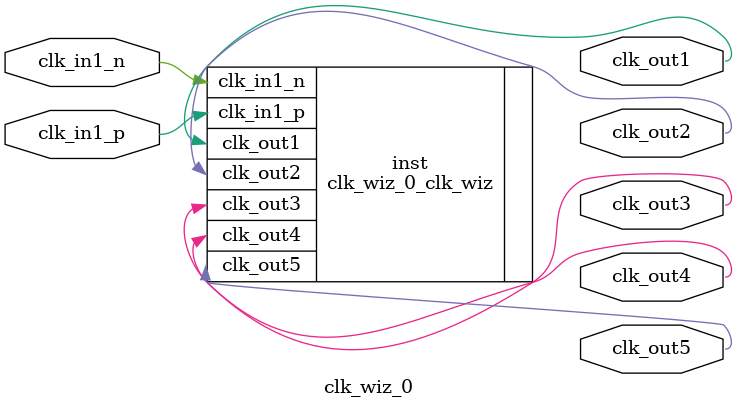
<source format=v>


`timescale 1ps/1ps

(* CORE_GENERATION_INFO = "clk_wiz_0,clk_wiz_v6_0_11_0_0,{component_name=clk_wiz_0,use_phase_alignment=false,use_min_o_jitter=false,use_max_i_jitter=false,use_dyn_phase_shift=false,use_inclk_switchover=false,use_dyn_reconfig=false,enable_axi=0,feedback_source=FDBK_AUTO,PRIMITIVE=MMCM,num_out_clk=5,clkin1_period=10.000,clkin2_period=10.000,use_power_down=false,use_reset=false,use_locked=false,use_inclk_stopped=false,feedback_type=SINGLE,CLOCK_MGR_TYPE=NA,manual_override=false}" *)

module clk_wiz_0 
 (
  // Clock out ports
  output        clk_out1,
  output        clk_out2,
  output        clk_out3,
  output        clk_out4,
  output        clk_out5,
 // Clock in ports
  input         clk_in1_p,
  input         clk_in1_n
 );

  clk_wiz_0_clk_wiz inst
  (
  // Clock out ports  
  .clk_out1(clk_out1),
  .clk_out2(clk_out2),
  .clk_out3(clk_out3),
  .clk_out4(clk_out4),
  .clk_out5(clk_out5),
 // Clock in ports
  .clk_in1_p(clk_in1_p),
  .clk_in1_n(clk_in1_n)
  );

endmodule

</source>
